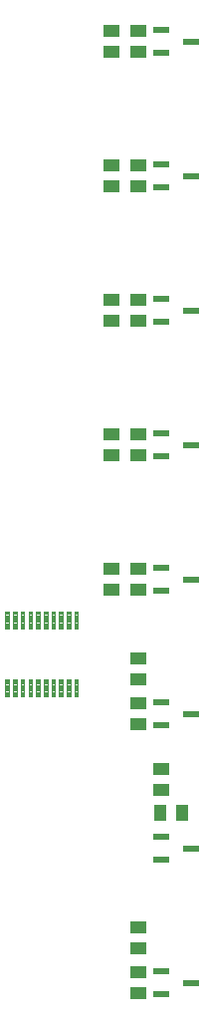
<source format=gtp>
G04 EAGLE Gerber RS-274X export*
G75*
%MOMM*%
%FSLAX34Y34*%
%LPD*%
%INSolderpaste Top*%
%IPPOS*%
%AMOC8*
5,1,8,0,0,1.08239X$1,22.5*%
G01*
G04 Define Apertures*
%ADD10R,1.350000X0.620000*%
%ADD11R,1.420200X1.031200*%
%ADD12R,1.031200X1.420200*%
%ADD13C,0.102500*%
D10*
X165266Y962000D03*
X165266Y943000D03*
X190334Y952500D03*
X165266Y847700D03*
X165266Y828700D03*
X190334Y838200D03*
X165266Y733400D03*
X165266Y714400D03*
X190334Y723900D03*
X165266Y619100D03*
X165266Y600100D03*
X190334Y609600D03*
X165266Y504800D03*
X165266Y485800D03*
X190334Y495300D03*
X165266Y390500D03*
X165266Y371500D03*
X190334Y381000D03*
X165266Y161900D03*
X165266Y142900D03*
X190334Y152400D03*
X165266Y276200D03*
X165266Y257200D03*
X190334Y266700D03*
D11*
X123190Y943305D03*
X123190Y961695D03*
X123190Y829005D03*
X123190Y847395D03*
X123190Y714705D03*
X123190Y733095D03*
X123190Y600405D03*
X123190Y618795D03*
X123190Y486105D03*
X123190Y504495D03*
X146050Y428295D03*
X146050Y409905D03*
X165100Y334315D03*
X165100Y315925D03*
X146050Y199695D03*
X146050Y181305D03*
X146050Y943305D03*
X146050Y961695D03*
X146050Y829005D03*
X146050Y847395D03*
X146050Y714705D03*
X146050Y733095D03*
X146050Y600405D03*
X146050Y618795D03*
X146050Y486105D03*
X146050Y504495D03*
X146050Y371805D03*
X146050Y390195D03*
D12*
X183185Y297180D03*
X164795Y297180D03*
D11*
X146050Y143205D03*
X146050Y161595D03*
D13*
X35788Y395762D02*
X35788Y410438D01*
X35788Y395762D02*
X32712Y395762D01*
X32712Y410438D01*
X35788Y410438D01*
X35788Y396736D02*
X32712Y396736D01*
X32712Y397710D02*
X35788Y397710D01*
X35788Y398684D02*
X32712Y398684D01*
X32712Y399658D02*
X35788Y399658D01*
X35788Y400632D02*
X32712Y400632D01*
X32712Y401606D02*
X35788Y401606D01*
X35788Y402580D02*
X32712Y402580D01*
X32712Y403554D02*
X35788Y403554D01*
X35788Y404528D02*
X32712Y404528D01*
X32712Y405502D02*
X35788Y405502D01*
X35788Y406476D02*
X32712Y406476D01*
X32712Y407450D02*
X35788Y407450D01*
X35788Y408424D02*
X32712Y408424D01*
X32712Y409398D02*
X35788Y409398D01*
X35788Y410372D02*
X32712Y410372D01*
X42288Y410438D02*
X42288Y395762D01*
X39212Y395762D01*
X39212Y410438D01*
X42288Y410438D01*
X42288Y396736D02*
X39212Y396736D01*
X39212Y397710D02*
X42288Y397710D01*
X42288Y398684D02*
X39212Y398684D01*
X39212Y399658D02*
X42288Y399658D01*
X42288Y400632D02*
X39212Y400632D01*
X39212Y401606D02*
X42288Y401606D01*
X42288Y402580D02*
X39212Y402580D01*
X39212Y403554D02*
X42288Y403554D01*
X42288Y404528D02*
X39212Y404528D01*
X39212Y405502D02*
X42288Y405502D01*
X42288Y406476D02*
X39212Y406476D01*
X39212Y407450D02*
X42288Y407450D01*
X42288Y408424D02*
X39212Y408424D01*
X39212Y409398D02*
X42288Y409398D01*
X42288Y410372D02*
X39212Y410372D01*
X48788Y410438D02*
X48788Y395762D01*
X45712Y395762D01*
X45712Y410438D01*
X48788Y410438D01*
X48788Y396736D02*
X45712Y396736D01*
X45712Y397710D02*
X48788Y397710D01*
X48788Y398684D02*
X45712Y398684D01*
X45712Y399658D02*
X48788Y399658D01*
X48788Y400632D02*
X45712Y400632D01*
X45712Y401606D02*
X48788Y401606D01*
X48788Y402580D02*
X45712Y402580D01*
X45712Y403554D02*
X48788Y403554D01*
X48788Y404528D02*
X45712Y404528D01*
X45712Y405502D02*
X48788Y405502D01*
X48788Y406476D02*
X45712Y406476D01*
X45712Y407450D02*
X48788Y407450D01*
X48788Y408424D02*
X45712Y408424D01*
X45712Y409398D02*
X48788Y409398D01*
X48788Y410372D02*
X45712Y410372D01*
X55288Y410438D02*
X55288Y395762D01*
X52212Y395762D01*
X52212Y410438D01*
X55288Y410438D01*
X55288Y396736D02*
X52212Y396736D01*
X52212Y397710D02*
X55288Y397710D01*
X55288Y398684D02*
X52212Y398684D01*
X52212Y399658D02*
X55288Y399658D01*
X55288Y400632D02*
X52212Y400632D01*
X52212Y401606D02*
X55288Y401606D01*
X55288Y402580D02*
X52212Y402580D01*
X52212Y403554D02*
X55288Y403554D01*
X55288Y404528D02*
X52212Y404528D01*
X52212Y405502D02*
X55288Y405502D01*
X55288Y406476D02*
X52212Y406476D01*
X52212Y407450D02*
X55288Y407450D01*
X55288Y408424D02*
X52212Y408424D01*
X52212Y409398D02*
X55288Y409398D01*
X55288Y410372D02*
X52212Y410372D01*
X61788Y410438D02*
X61788Y395762D01*
X58712Y395762D01*
X58712Y410438D01*
X61788Y410438D01*
X61788Y396736D02*
X58712Y396736D01*
X58712Y397710D02*
X61788Y397710D01*
X61788Y398684D02*
X58712Y398684D01*
X58712Y399658D02*
X61788Y399658D01*
X61788Y400632D02*
X58712Y400632D01*
X58712Y401606D02*
X61788Y401606D01*
X61788Y402580D02*
X58712Y402580D01*
X58712Y403554D02*
X61788Y403554D01*
X61788Y404528D02*
X58712Y404528D01*
X58712Y405502D02*
X61788Y405502D01*
X61788Y406476D02*
X58712Y406476D01*
X58712Y407450D02*
X61788Y407450D01*
X61788Y408424D02*
X58712Y408424D01*
X58712Y409398D02*
X61788Y409398D01*
X61788Y410372D02*
X58712Y410372D01*
X68288Y410438D02*
X68288Y395762D01*
X65212Y395762D01*
X65212Y410438D01*
X68288Y410438D01*
X68288Y396736D02*
X65212Y396736D01*
X65212Y397710D02*
X68288Y397710D01*
X68288Y398684D02*
X65212Y398684D01*
X65212Y399658D02*
X68288Y399658D01*
X68288Y400632D02*
X65212Y400632D01*
X65212Y401606D02*
X68288Y401606D01*
X68288Y402580D02*
X65212Y402580D01*
X65212Y403554D02*
X68288Y403554D01*
X68288Y404528D02*
X65212Y404528D01*
X65212Y405502D02*
X68288Y405502D01*
X68288Y406476D02*
X65212Y406476D01*
X65212Y407450D02*
X68288Y407450D01*
X68288Y408424D02*
X65212Y408424D01*
X65212Y409398D02*
X68288Y409398D01*
X68288Y410372D02*
X65212Y410372D01*
X74788Y410438D02*
X74788Y395762D01*
X71712Y395762D01*
X71712Y410438D01*
X74788Y410438D01*
X74788Y396736D02*
X71712Y396736D01*
X71712Y397710D02*
X74788Y397710D01*
X74788Y398684D02*
X71712Y398684D01*
X71712Y399658D02*
X74788Y399658D01*
X74788Y400632D02*
X71712Y400632D01*
X71712Y401606D02*
X74788Y401606D01*
X74788Y402580D02*
X71712Y402580D01*
X71712Y403554D02*
X74788Y403554D01*
X74788Y404528D02*
X71712Y404528D01*
X71712Y405502D02*
X74788Y405502D01*
X74788Y406476D02*
X71712Y406476D01*
X71712Y407450D02*
X74788Y407450D01*
X74788Y408424D02*
X71712Y408424D01*
X71712Y409398D02*
X74788Y409398D01*
X74788Y410372D02*
X71712Y410372D01*
X81288Y410438D02*
X81288Y395762D01*
X78212Y395762D01*
X78212Y410438D01*
X81288Y410438D01*
X81288Y396736D02*
X78212Y396736D01*
X78212Y397710D02*
X81288Y397710D01*
X81288Y398684D02*
X78212Y398684D01*
X78212Y399658D02*
X81288Y399658D01*
X81288Y400632D02*
X78212Y400632D01*
X78212Y401606D02*
X81288Y401606D01*
X81288Y402580D02*
X78212Y402580D01*
X78212Y403554D02*
X81288Y403554D01*
X81288Y404528D02*
X78212Y404528D01*
X78212Y405502D02*
X81288Y405502D01*
X81288Y406476D02*
X78212Y406476D01*
X78212Y407450D02*
X81288Y407450D01*
X81288Y408424D02*
X78212Y408424D01*
X78212Y409398D02*
X81288Y409398D01*
X81288Y410372D02*
X78212Y410372D01*
X87788Y410438D02*
X87788Y395762D01*
X84712Y395762D01*
X84712Y410438D01*
X87788Y410438D01*
X87788Y396736D02*
X84712Y396736D01*
X84712Y397710D02*
X87788Y397710D01*
X87788Y398684D02*
X84712Y398684D01*
X84712Y399658D02*
X87788Y399658D01*
X87788Y400632D02*
X84712Y400632D01*
X84712Y401606D02*
X87788Y401606D01*
X87788Y402580D02*
X84712Y402580D01*
X84712Y403554D02*
X87788Y403554D01*
X87788Y404528D02*
X84712Y404528D01*
X84712Y405502D02*
X87788Y405502D01*
X87788Y406476D02*
X84712Y406476D01*
X84712Y407450D02*
X87788Y407450D01*
X87788Y408424D02*
X84712Y408424D01*
X84712Y409398D02*
X87788Y409398D01*
X87788Y410372D02*
X84712Y410372D01*
X94288Y410438D02*
X94288Y395762D01*
X91212Y395762D01*
X91212Y410438D01*
X94288Y410438D01*
X94288Y396736D02*
X91212Y396736D01*
X91212Y397710D02*
X94288Y397710D01*
X94288Y398684D02*
X91212Y398684D01*
X91212Y399658D02*
X94288Y399658D01*
X94288Y400632D02*
X91212Y400632D01*
X91212Y401606D02*
X94288Y401606D01*
X94288Y402580D02*
X91212Y402580D01*
X91212Y403554D02*
X94288Y403554D01*
X94288Y404528D02*
X91212Y404528D01*
X91212Y405502D02*
X94288Y405502D01*
X94288Y406476D02*
X91212Y406476D01*
X91212Y407450D02*
X94288Y407450D01*
X94288Y408424D02*
X91212Y408424D01*
X91212Y409398D02*
X94288Y409398D01*
X94288Y410372D02*
X91212Y410372D01*
X94288Y453162D02*
X94288Y467838D01*
X94288Y453162D02*
X91212Y453162D01*
X91212Y467838D01*
X94288Y467838D01*
X94288Y454136D02*
X91212Y454136D01*
X91212Y455110D02*
X94288Y455110D01*
X94288Y456084D02*
X91212Y456084D01*
X91212Y457058D02*
X94288Y457058D01*
X94288Y458032D02*
X91212Y458032D01*
X91212Y459006D02*
X94288Y459006D01*
X94288Y459980D02*
X91212Y459980D01*
X91212Y460954D02*
X94288Y460954D01*
X94288Y461928D02*
X91212Y461928D01*
X91212Y462902D02*
X94288Y462902D01*
X94288Y463876D02*
X91212Y463876D01*
X91212Y464850D02*
X94288Y464850D01*
X94288Y465824D02*
X91212Y465824D01*
X91212Y466798D02*
X94288Y466798D01*
X94288Y467772D02*
X91212Y467772D01*
X87788Y467838D02*
X87788Y453162D01*
X84712Y453162D01*
X84712Y467838D01*
X87788Y467838D01*
X87788Y454136D02*
X84712Y454136D01*
X84712Y455110D02*
X87788Y455110D01*
X87788Y456084D02*
X84712Y456084D01*
X84712Y457058D02*
X87788Y457058D01*
X87788Y458032D02*
X84712Y458032D01*
X84712Y459006D02*
X87788Y459006D01*
X87788Y459980D02*
X84712Y459980D01*
X84712Y460954D02*
X87788Y460954D01*
X87788Y461928D02*
X84712Y461928D01*
X84712Y462902D02*
X87788Y462902D01*
X87788Y463876D02*
X84712Y463876D01*
X84712Y464850D02*
X87788Y464850D01*
X87788Y465824D02*
X84712Y465824D01*
X84712Y466798D02*
X87788Y466798D01*
X87788Y467772D02*
X84712Y467772D01*
X81288Y467838D02*
X81288Y453162D01*
X78212Y453162D01*
X78212Y467838D01*
X81288Y467838D01*
X81288Y454136D02*
X78212Y454136D01*
X78212Y455110D02*
X81288Y455110D01*
X81288Y456084D02*
X78212Y456084D01*
X78212Y457058D02*
X81288Y457058D01*
X81288Y458032D02*
X78212Y458032D01*
X78212Y459006D02*
X81288Y459006D01*
X81288Y459980D02*
X78212Y459980D01*
X78212Y460954D02*
X81288Y460954D01*
X81288Y461928D02*
X78212Y461928D01*
X78212Y462902D02*
X81288Y462902D01*
X81288Y463876D02*
X78212Y463876D01*
X78212Y464850D02*
X81288Y464850D01*
X81288Y465824D02*
X78212Y465824D01*
X78212Y466798D02*
X81288Y466798D01*
X81288Y467772D02*
X78212Y467772D01*
X74788Y467838D02*
X74788Y453162D01*
X71712Y453162D01*
X71712Y467838D01*
X74788Y467838D01*
X74788Y454136D02*
X71712Y454136D01*
X71712Y455110D02*
X74788Y455110D01*
X74788Y456084D02*
X71712Y456084D01*
X71712Y457058D02*
X74788Y457058D01*
X74788Y458032D02*
X71712Y458032D01*
X71712Y459006D02*
X74788Y459006D01*
X74788Y459980D02*
X71712Y459980D01*
X71712Y460954D02*
X74788Y460954D01*
X74788Y461928D02*
X71712Y461928D01*
X71712Y462902D02*
X74788Y462902D01*
X74788Y463876D02*
X71712Y463876D01*
X71712Y464850D02*
X74788Y464850D01*
X74788Y465824D02*
X71712Y465824D01*
X71712Y466798D02*
X74788Y466798D01*
X74788Y467772D02*
X71712Y467772D01*
X68288Y467838D02*
X68288Y453162D01*
X65212Y453162D01*
X65212Y467838D01*
X68288Y467838D01*
X68288Y454136D02*
X65212Y454136D01*
X65212Y455110D02*
X68288Y455110D01*
X68288Y456084D02*
X65212Y456084D01*
X65212Y457058D02*
X68288Y457058D01*
X68288Y458032D02*
X65212Y458032D01*
X65212Y459006D02*
X68288Y459006D01*
X68288Y459980D02*
X65212Y459980D01*
X65212Y460954D02*
X68288Y460954D01*
X68288Y461928D02*
X65212Y461928D01*
X65212Y462902D02*
X68288Y462902D01*
X68288Y463876D02*
X65212Y463876D01*
X65212Y464850D02*
X68288Y464850D01*
X68288Y465824D02*
X65212Y465824D01*
X65212Y466798D02*
X68288Y466798D01*
X68288Y467772D02*
X65212Y467772D01*
X61788Y467838D02*
X61788Y453162D01*
X58712Y453162D01*
X58712Y467838D01*
X61788Y467838D01*
X61788Y454136D02*
X58712Y454136D01*
X58712Y455110D02*
X61788Y455110D01*
X61788Y456084D02*
X58712Y456084D01*
X58712Y457058D02*
X61788Y457058D01*
X61788Y458032D02*
X58712Y458032D01*
X58712Y459006D02*
X61788Y459006D01*
X61788Y459980D02*
X58712Y459980D01*
X58712Y460954D02*
X61788Y460954D01*
X61788Y461928D02*
X58712Y461928D01*
X58712Y462902D02*
X61788Y462902D01*
X61788Y463876D02*
X58712Y463876D01*
X58712Y464850D02*
X61788Y464850D01*
X61788Y465824D02*
X58712Y465824D01*
X58712Y466798D02*
X61788Y466798D01*
X61788Y467772D02*
X58712Y467772D01*
X55288Y467838D02*
X55288Y453162D01*
X52212Y453162D01*
X52212Y467838D01*
X55288Y467838D01*
X55288Y454136D02*
X52212Y454136D01*
X52212Y455110D02*
X55288Y455110D01*
X55288Y456084D02*
X52212Y456084D01*
X52212Y457058D02*
X55288Y457058D01*
X55288Y458032D02*
X52212Y458032D01*
X52212Y459006D02*
X55288Y459006D01*
X55288Y459980D02*
X52212Y459980D01*
X52212Y460954D02*
X55288Y460954D01*
X55288Y461928D02*
X52212Y461928D01*
X52212Y462902D02*
X55288Y462902D01*
X55288Y463876D02*
X52212Y463876D01*
X52212Y464850D02*
X55288Y464850D01*
X55288Y465824D02*
X52212Y465824D01*
X52212Y466798D02*
X55288Y466798D01*
X55288Y467772D02*
X52212Y467772D01*
X48788Y467838D02*
X48788Y453162D01*
X45712Y453162D01*
X45712Y467838D01*
X48788Y467838D01*
X48788Y454136D02*
X45712Y454136D01*
X45712Y455110D02*
X48788Y455110D01*
X48788Y456084D02*
X45712Y456084D01*
X45712Y457058D02*
X48788Y457058D01*
X48788Y458032D02*
X45712Y458032D01*
X45712Y459006D02*
X48788Y459006D01*
X48788Y459980D02*
X45712Y459980D01*
X45712Y460954D02*
X48788Y460954D01*
X48788Y461928D02*
X45712Y461928D01*
X45712Y462902D02*
X48788Y462902D01*
X48788Y463876D02*
X45712Y463876D01*
X45712Y464850D02*
X48788Y464850D01*
X48788Y465824D02*
X45712Y465824D01*
X45712Y466798D02*
X48788Y466798D01*
X48788Y467772D02*
X45712Y467772D01*
X42288Y467838D02*
X42288Y453162D01*
X39212Y453162D01*
X39212Y467838D01*
X42288Y467838D01*
X42288Y454136D02*
X39212Y454136D01*
X39212Y455110D02*
X42288Y455110D01*
X42288Y456084D02*
X39212Y456084D01*
X39212Y457058D02*
X42288Y457058D01*
X42288Y458032D02*
X39212Y458032D01*
X39212Y459006D02*
X42288Y459006D01*
X42288Y459980D02*
X39212Y459980D01*
X39212Y460954D02*
X42288Y460954D01*
X42288Y461928D02*
X39212Y461928D01*
X39212Y462902D02*
X42288Y462902D01*
X42288Y463876D02*
X39212Y463876D01*
X39212Y464850D02*
X42288Y464850D01*
X42288Y465824D02*
X39212Y465824D01*
X39212Y466798D02*
X42288Y466798D01*
X42288Y467772D02*
X39212Y467772D01*
X35788Y467838D02*
X35788Y453162D01*
X32712Y453162D01*
X32712Y467838D01*
X35788Y467838D01*
X35788Y454136D02*
X32712Y454136D01*
X32712Y455110D02*
X35788Y455110D01*
X35788Y456084D02*
X32712Y456084D01*
X32712Y457058D02*
X35788Y457058D01*
X35788Y458032D02*
X32712Y458032D01*
X32712Y459006D02*
X35788Y459006D01*
X35788Y459980D02*
X32712Y459980D01*
X32712Y460954D02*
X35788Y460954D01*
X35788Y461928D02*
X32712Y461928D01*
X32712Y462902D02*
X35788Y462902D01*
X35788Y463876D02*
X32712Y463876D01*
X32712Y464850D02*
X35788Y464850D01*
X35788Y465824D02*
X32712Y465824D01*
X32712Y466798D02*
X35788Y466798D01*
X35788Y467772D02*
X32712Y467772D01*
M02*

</source>
